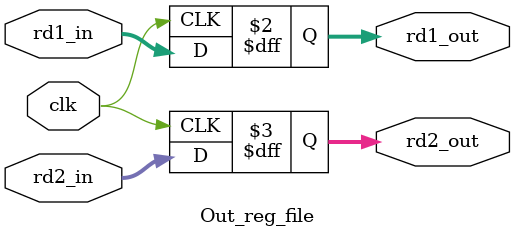
<source format=sv>
`timescale 1ns / 1ps


module Out_reg_file(
    input  logic        clk,
    input  logic [31:0] rd1_in, rd2_in,
    output logic [31:0] rd1_out, rd2_out
    );

    always_ff @( posedge clk ) begin
        rd1_out <= rd1_in;
        rd2_out <= rd2_in;
    end
    
endmodule

</source>
